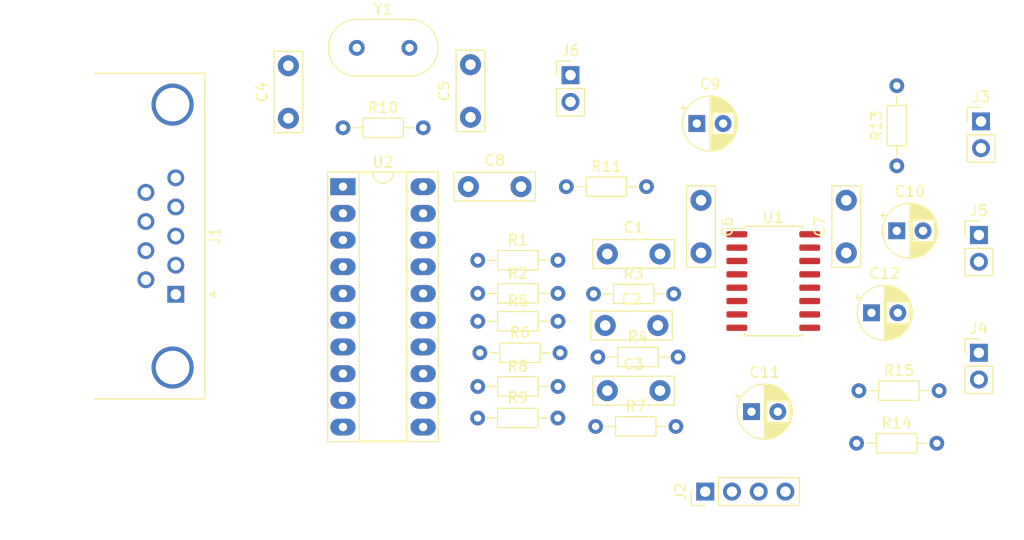
<source format=kicad_pcb>
(kicad_pcb (version 20221018) (generator pcbnew)
  (layers (0 "F.Cu" signal) (31 "B.Cu" signal) (34 "B.Paste" user) (35 "F.Paste" user) (36 "B.SilkS" user "B.Silkscreen") (37 "F.SilkS" user "F.Silkscreen") (38 "B.Mask" user) (39 "F.Mask" user) (44 "Edge.Cuts" user))
  (net 0 "")
  (net 1 "Net-(C1-Pad1)")
  (net 2 "/REDA")
  (net 3 "Net-(C2-Pad1)")
  (net 4 "/GREENA")
  (net 5 "Net-(C3-Pad1)")
  (net 6 "/BLUEA")
  (net 7 "GND")
  (net 8 "Net-(U2-I2)")
  (net 9 "/CLKIN")
  (net 10 "VCC")
  (net 11 "Net-(U1-LUMA)")
  (net 12 "Net-(C10-Pad2)")
  (net 13 "Net-(U1-CRMA)")
  (net 14 "Net-(C11-Pad2)")
  (net 15 "Net-(U1-COMP)")
  (net 16 "Net-(C12-Pad2)")
  (net 18 "/CGA_Red")
  (net 19 "/CGA_Green")
  (net 20 "/CGA_Blue")
  (net 21 "/CGA_Intensity")
  (net 23 "/CGA_Hsync")
  (net 24 "/CGA_Vsync")
  (net 25 "Net-(J3-In)")
  (net 26 "Net-(J4-In)")
  (net 27 "Net-(J5-In)")
  (net 28 "/REDI")
  (net 29 "/RED")
  (net 30 "/GREENI")
  (net 31 "/GREEN")
  (net 32 "/BLUEI")
  (net 33 "/BLUE")
  (net 34 "/STD_PULLUP")
  (net 35 "GNDA")
  (net 36 "/CLK")
  (footprint "Capacitor_THT:CP_Radial_D5.0mm_P2.50mm" (layer "F.Cu") (at 107.34 51.055)
    (fp_text reference "C9" (at 1.25 -3.75) (layer "F.SilkS"))
    (fp_text value "10uf")
    (pad "1" thru_hole rect (at 0 0) (size 1.6 1.6) (drill 0.8) (layers "*.Cu" "*.Mask") (net 10 "VCC"))
    (pad "2" thru_hole circle (at 2.5 0) (size 1.6 1.6) (drill 0.8) (layers "*.Cu" "*.Mask") (net 7 "GND"))
  )
  (footprint "Connector_PinHeader_2.54mm:PinHeader_1x02_P2.54mm_Vertical" (layer "F.Cu") (at 134.14 72.855)
    (fp_text reference "J4" (at 0 -2.33) (layer "F.SilkS"))
    (fp_text value "CHROMA")
    (pad "1" thru_hole rect (at 0 0) (size 1.7 1.7) (drill 1) (layers "*.Cu" "*.Mask") (net 26 "Net-(J4-In)"))
    (pad "2" thru_hole oval (at 0 2.54) (size 1.7 1.7) (drill 1) (layers "*.Cu" "*.Mask") (net 7 "GND"))
  )
  (footprint "Resistor_THT:R_Axial_DIN0204_L3.6mm_D1.6mm_P7.62mm_Horizontal" (layer "F.Cu") (at 86.73 72.855)
    (fp_text reference "R6" (at 3.81 -1.92) (layer "F.SilkS"))
    (fp_text value ".5k")
    (pad "1" thru_hole circle (at 0 0) (size 1.4 1.4) (drill 0.7) (layers "*.Cu" "*.Mask") (net 31 "/GREEN"))
    (pad "2" thru_hole oval (at 7.62 0) (size 1.4 1.4) (drill 0.7) (layers "*.Cu" "*.Mask") (net 3 "Net-(C2-Pad1)"))
  )
  (footprint "Resistor_THT:R_Axial_DIN0204_L3.6mm_D1.6mm_P7.62mm_Horizontal" (layer "F.Cu") (at 122.52 81.455)
    (fp_text reference "R14" (at 3.81 -1.92) (layer "F.SilkS"))
    (fp_text value "75")
    (pad "1" thru_hole circle (at 0 0) (size 1.4 1.4) (drill 0.7) (layers "*.Cu" "*.Mask") (net 14 "Net-(C11-Pad2)"))
    (pad "2" thru_hole oval (at 7.62 0) (size 1.4 1.4) (drill 0.7) (layers "*.Cu" "*.Mask") (net 26 "Net-(J4-In)"))
  )
  (footprint "Resistor_THT:R_Axial_DIN0204_L3.6mm_D1.6mm_P7.62mm_Horizontal" (layer "F.Cu") (at 73.73 51.455)
    (fp_text reference "R10" (at 3.81 -1.92) (layer "F.SilkS"))
    (fp_text value "1M")
    (pad "1" thru_hole circle (at 0 0) (size 1.4 1.4) (drill 0.7) (layers "*.Cu" "*.Mask") (net 8 "Net-(U2-I2)"))
    (pad "2" thru_hole oval (at 7.62 0) (size 1.4 1.4) (drill 0.7) (layers "*.Cu" "*.Mask") (net 9 "/CLKIN"))
  )
  (footprint "Capacitor_THT:C_Disc_D7.5mm_W2.5mm_P5.00mm" (layer "F.Cu") (at 85.84 50.455 90)
    (fp_text reference "C5" (at 2.5 -2.5 90) (layer "F.SilkS"))
    (fp_text value "27pf")
    (pad "1" thru_hole circle (at 0 0 90) (size 2 2) (drill 1) (layers "*.Cu" "*.Mask") (net 9 "/CLKIN"))
    (pad "2" thru_hole circle (at 5 0 90) (size 2 2) (drill 1) (layers "*.Cu" "*.Mask") (net 7 "GND"))
  )
  (footprint "Capacitor_THT:C_Disc_D7.5mm_W2.5mm_P5.00mm" (layer "F.Cu") (at 85.64 57.055)
    (fp_text reference "C8" (at 2.5 -2.5) (layer "F.SilkS"))
    (fp_text value "0.1uf")
    (pad "1" thru_hole circle (at 0 0) (size 2 2) (drill 1) (layers "*.Cu" "*.Mask") (net 7 "GND"))
    (pad "2" thru_hole circle (at 5 0) (size 2 2) (drill 1) (layers "*.Cu" "*.Mask") (net 10 "VCC"))
  )
  (footprint "Capacitor_THT:CP_Radial_D5.0mm_P2.50mm" (layer "F.Cu") (at 123.934888 69.055)
    (fp_text reference "C12" (at 1.25 -3.75) (layer "F.SilkS"))
    (fp_text value "220uf")
    (pad "1" thru_hole rect (at 0 0) (size 1.6 1.6) (drill 0.8) (layers "*.Cu" "*.Mask") (net 15 "Net-(U1-COMP)"))
    (pad "2" thru_hole circle (at 2.5 0) (size 1.6 1.6) (drill 0.8) (layers "*.Cu" "*.Mask") (net 16 "Net-(C12-Pad2)"))
  )
  (footprint "Resistor_THT:R_Axial_DIN0204_L3.6mm_D1.6mm_P7.62mm_Horizontal" (layer "F.Cu") (at 86.53 67.205)
    (fp_text reference "R2" (at 3.81 -1.92) (layer "F.SilkS"))
    (fp_text value ".5k")
    (pad "1" thru_hole circle (at 0 0) (size 1.4 1.4) (drill 0.7) (layers "*.Cu" "*.Mask") (net 29 "/RED"))
    (pad "2" thru_hole oval (at 7.62 0) (size 1.4 1.4) (drill 0.7) (layers "*.Cu" "*.Mask") (net 1 "Net-(C1-Pad1)"))
  )
  (footprint "Resistor_THT:R_Axial_DIN0204_L3.6mm_D1.6mm_P7.62mm_Horizontal" (layer "F.Cu") (at 97.73 79.855)
    (fp_text reference "R7" (at 3.81 -1.92) (layer "F.SilkS"))
    (fp_text value "75")
    (pad "1" thru_hole circle (at 0 0) (size 1.4 1.4) (drill 0.7) (layers "*.Cu" "*.Mask") (net 5 "Net-(C3-Pad1)"))
    (pad "2" thru_hole oval (at 7.62 0) (size 1.4 1.4) (drill 0.7) (layers "*.Cu" "*.Mask") (net 7 "GND"))
  )
  (footprint "Resistor_THT:R_Axial_DIN0204_L3.6mm_D1.6mm_P7.62mm_Horizontal" (layer "F.Cu") (at 94.94 57.055)
    (fp_text reference "R11" (at 3.81 -1.92) (layer "F.SilkS"))
    (fp_text value "10k")
    (pad "1" thru_hole circle (at 0 0) (size 1.4 1.4) (drill 0.7) (layers "*.Cu" "*.Mask") (net 10 "VCC"))
    (pad "2" thru_hole oval (at 7.62 0) (size 1.4 1.4) (drill 0.7) (layers "*.Cu" "*.Mask") (net 34 "/STD_PULLUP"))
  )
  (footprint "Capacitor_THT:C_Disc_D7.5mm_W2.5mm_P5.00mm" (layer "F.Cu") (at 107.74 58.355 -90)
    (fp_text reference "C6" (at 2.5 -2.5 90) (layer "F.SilkS"))
    (fp_text value "0.1uf")
    (pad "1" thru_hole circle (at 0 0 270) (size 2 2) (drill 1) (layers "*.Cu" "*.Mask") (net 7 "GND"))
    (pad "2" thru_hole circle (at 5 0 270) (size 2 2) (drill 1) (layers "*.Cu" "*.Mask") (net 10 "VCC"))
  )
  (footprint "Capacitor_THT:C_Disc_D7.5mm_W2.5mm_P5.00mm" (layer "F.Cu") (at 121.54 63.355 90)
    (fp_text reference "C7" (at 2.5 -2.5 90) (layer "F.SilkS"))
    (fp_text value "0.1uf")
    (pad "1" thru_hole circle (at 0 0 90) (size 2 2) (drill 1) (layers "*.Cu" "*.Mask") (net 7 "GND"))
    (pad "2" thru_hole circle (at 5 0 90) (size 2 2) (drill 1) (layers "*.Cu" "*.Mask") (net 10 "VCC"))
  )
  (footprint "Package_SO:SO-16_5.3x10.2mm_P1.27mm" (layer "F.Cu") (at 114.6025 66.03)
    (fp_text reference "U1" (at 0 -6.05) (layer "F.SilkS"))
    (fp_text value "AD724JRZ")
    (pad "1" smd roundrect (at -3.4625 -4.445) (size 1.975 0.6) (layers "F.Cu" "F.Paste" "F.Mask") (net 34 "/STD_PULLUP"))
    (pad "2" smd roundrect (at -3.4625 -3.175) (size 1.975 0.6) (layers "F.Cu" "F.Paste" "F.Mask") (net 35 "GNDA"))
    (pad "3" smd roundrect (at -3.4625 -1.905) (size 1.975 0.6) (layers "F.Cu" "F.Paste" "F.Mask") (net 36 "/CLK"))
    (pad "4" smd roundrect (at -3.4625 -0.635) (size 1.975 0.6) (layers "F.Cu" "F.Paste" "F.Mask") (net 10 "VCC"))
    (pad "5" smd roundrect (at -3.4625 0.635) (size 1.975 0.6) (layers "F.Cu" "F.Paste" "F.Mask") (net 7 "GND"))
    (pad "6" smd roundrect (at -3.4625 1.905) (size 1.975 0.6) (layers "F.Cu" "F.Paste" "F.Mask") (net 2 "/REDA"))
    (pad "7" smd roundrect (at -3.4625 3.175) (size 1.975 0.6) (layers "F.Cu" "F.Paste" "F.Mask") (net 4 "/GREENA"))
    (pad "8" smd roundrect (at -3.4625 4.445) (size 1.975 0.6) (layers "F.Cu" "F.Paste" "F.Mask") (net 6 "/BLUEA"))
    (pad "9" smd roundrect (at 3.4625 4.445) (size 1.975 0.6) (layers "F.Cu" "F.Paste" "F.Mask") (net 13 "Net-(U1-CRMA)"))
    (pad "10" smd roundrect (at 3.4625 3.175) (size 1.975 0.6) (layers "F.Cu" "F.Paste" "F.Mask") (net 15 "Net-(U1-COMP)"))
    (pad "11" smd roundrect (at 3.4625 1.905) (size 1.975 0.6) (layers "F.Cu" "F.Paste" "F.Mask") (net 11 "Net-(U1-LUMA)"))
    (pad "12" smd roundrect (at 3.4625 0.635) (size 1.975 0.6) (layers "F.Cu" "F.Paste" "F.Mask") (net 34 "/STD_PULLUP"))
    (pad "13" smd roundrect (at 3.4625 -0.635) (size 1.975 0.6) (layers "F.Cu" "F.Paste" "F.Mask") (net 7 "GND"))
    (pad "14" smd roundrect (at 3.4625 -1.905) (size 1.975 0.6) (layers "F.Cu" "F.Paste" "F.Mask") (net 10 "VCC"))
    (pad "15" smd roundrect (at 3.4625 -3.175) (size 1.975 0.6) (layers "F.Cu" "F.Paste" "F.Mask") (net 24 "/CGA_Vsync"))
    (pad "16" smd roundrect (at 3.4625 -4.445) (size 1.975 0.6) (layers "F.Cu" "F.Paste" "F.Mask") (net 23 "/CGA_Hsync"))
  )
  (footprint "Capacitor_THT:C_Disc_D7.5mm_W2.5mm_P5.00mm" (layer "F.Cu") (at 68.54 50.555 90)
    (fp_text reference "C4" (at 2.5 -2.5 90) (layer "F.SilkS"))
    (fp_text value "27pf")
    (pad "1" thru_hole circle (at 0 0 90) (size 2 2) (drill 1) (layers "*.Cu" "*.Mask") (net 7 "GND"))
    (pad "2" thru_hole circle (at 5 0 90) (size 2 2) (drill 1) (layers "*.Cu" "*.Mask") (net 8 "Net-(U2-I2)"))
  )
  (footprint "Connector_PinHeader_2.54mm:PinHeader_1x02_P2.54mm_Vertical" (layer "F.Cu") (at 95.34 46.455)
    (fp_text reference "J6" (at 0 -2.33) (layer "F.SilkS"))
    (fp_text value "POWER 5v")
    (pad "1" thru_hole rect (at 0 0) (size 1.7 1.7) (drill 1) (layers "*.Cu" "*.Mask") (net 10 "VCC"))
    (pad "2" thru_hole oval (at 0 2.54) (size 1.7 1.7) (drill 1) (layers "*.Cu" "*.Mask") (net 7 "GND"))
  )
  (footprint "Package_DIP:DIP-20_W7.62mm_Socket_LongPads" (layer "F.Cu") (at 73.72 57.055)
    (fp_text reference "U2" (at 3.81 -2.33) (layer "F.SilkS"))
    (fp_text value "GAL16V8")
    (pad "1" thru_hole rect (at 0 0) (size 2.4 1.6) (drill 0.8) (layers "*.Cu" "*.Mask"))
    (pad "2" thru_hole oval (at 0 2.54) (size 2.4 1.6) (drill 0.8) (layers "*.Cu" "*.Mask") (net 8 "Net-(U2-I2)"))
    (pad "3" thru_hole oval (at 0 5.08) (size 2.4 1.6) (drill 0.8) (layers "*.Cu" "*.Mask") (net 9 "/CLKIN"))
    (pad "4" thru_hole oval (at 0 7.62) (size 2.4 1.6) (drill 0.8) (layers "*.Cu" "*.Mask"))
    (pad "5" thru_hole oval (at 0 10.16) (size 2.4 1.6) (drill 0.8) (layers "*.Cu" "*.Mask"))
    (pad "6" thru_hole oval (at 0 12.7) (size 2.4 1.6) (drill 0.8) (layers "*.Cu" "*.Mask") (net 18 "/CGA_Red"))
    (pad "7" thru_hole oval (at 0 15.24) (size 2.4 1.6) (drill 0.8) (layers "*.Cu" "*.Mask") (net 19 "/CGA_Green"))
    (pad "8" thru_hole oval (at 0 17.78) (size 2.4 1.6) (drill 0.8) (layers "*.Cu" "*.Mask") (net 20 "/CGA_Blue"))
    (pad "9" thru_hole oval (at 0 20.32) (size 2.4 1.6) (drill 0.8) (layers "*.Cu" "*.Mask") (net 21 "/CGA_Intensity"))
    (pad "10" thru_hole oval (at 0 22.86) (size 2.4 1.6) (drill 0.8) (layers "*.Cu" "*.Mask") (net 7 "GND"))
    (pad "11" thru_hole oval (at 7.62 22.86) (size 2.4 1.6) (drill 0.8) (layers "*.Cu" "*.Mask") (net 7 "GND"))
    (pad "12" thru_hole oval (at 7.62 20.32) (size 2.4 1.6) (drill 0.8) (layers "*.Cu" "*.Mask") (net 33 "/BLUE"))
    (pad "13" thru_hole oval (at 7.62 17.78) (size 2.4 1.6) (drill 0.8) (layers "*.Cu" "*.Mask") (net 32 "/BLUEI"))
    (pad "14" thru_hole oval (at 7.62 15.24) (size 2.4 1.6) (drill 0.8) (layers "*.Cu" "*.Mask") (net 31 "/GREEN"))
    (pad "15" thru_hole oval (at 7.62 12.7) (size 2.4 1.6) (drill 0.8) (layers "*.Cu" "*.Mask") (net 30 "/GREENI"))
    (pad "16" thru_hole oval (at 7.62 10.16) (size 2.4 1.6) (drill 0.8) (layers "*.Cu" "*.Mask") (net 29 "/RED"))
    (pad "17" thru_hole oval (at 7.62 7.62) (size 2.4 1.6) (drill 0.8) (layers "*.Cu" "*.Mask") (net 28 "/REDI"))
    (pad "18" thru_hole oval (at 7.62 5.08) (size 2.4 1.6) (drill 0.8) (layers "*.Cu" "*.Mask") (net 36 "/CLK"))
    (pad "19" thru_hole oval (at 7.62 2.54) (size 2.4 1.6) (drill 0.8) (layers "*.Cu" "*.Mask") (net 9 "/CLKIN"))
    (pad "20" thru_hole oval (at 7.62 0) (size 2.4 1.6) (drill 0.8) (layers "*.Cu" "*.Mask") (net 10 "VCC"))
  )
  (footprint "Resistor_THT:R_Axial_DIN0204_L3.6mm_D1.6mm_P7.62mm_Horizontal" (layer "F.Cu") (at 97.94 73.255)
    (fp_text reference "R4" (at 3.81 -1.92) (layer "F.SilkS"))
    (fp_text value "75")
    (pad "1" thru_hole circle (at 0 0) (size 1.4 1.4) (drill 0.7) (layers "*.Cu" "*.Mask") (net 3 "Net-(C2-Pad1)"))
    (pad "2" thru_hole oval (at 7.62 0) (size 1.4 1.4) (drill 0.7) (layers "*.Cu" "*.Mask") (net 7 "GND"))
  )
  (footprint "Resistor_THT:R_Axial_DIN0204_L3.6mm_D1.6mm_P7.62mm_Horizontal" (layer "F.Cu") (at 86.53 64.055)
    (fp_text reference "R1" (at 3.81 -1.92) (layer "F.SilkS"))
    (fp_text value "1k")
    (pad "1" thru_hole circle (at 0 0) (size 1.4 1.4) (drill 0.7) (layers "*.Cu" "*.Mask") (net 28 "/REDI"))
    (pad "2" thru_hole oval (at 7.62 0) (size 1.4 1.4) (drill 0.7) (layers "*.Cu" "*.Mask") (net 1 "Net-(C1-Pad1)"))
  )
  (footprint "Crystal:Resonator-2Pin_W10.0mm_H5.0mm" (layer "F.Cu") (at 75.04 43.855)
    (fp_text reference "Y1" (at 2.5 -3.7) (layer "F.SilkS"))
    (fp_text value "14.318Mhz")
    (pad "1" thru_hole circle (at 0 0) (size 1.5 1.5) (drill 0.8) (layers "*.Cu" "*.Mask") (net 8 "Net-(U2-I2)"))
    (pad "2" thru_hole circle (at 5 0) (size 1.5 1.5) (drill 0.8) (layers "*.Cu" "*.Mask") (net 9 "/CLKIN"))
  )
  (footprint "Capacitor_THT:C_Disc_D7.5mm_W2.5mm_P5.00mm" (layer "F.Cu") (at 98.84 76.455)
    (fp_text reference "C3" (at 2.5 -2.5) (layer "F.SilkS"))
    (fp_text value "0.1uF")
    (pad "1" thru_hole circle (at 0 0) (size 2 2) (drill 1) (layers "*.Cu" "*.Mask") (net 5 "Net-(C3-Pad1)"))
    (pad "2" thru_hole circle (at 5 0) (size 2 2) (drill 1) (layers "*.Cu" "*.Mask") (net 6 "/BLUEA"))
  )
  (footprint "Connector_PinHeader_2.54mm:PinHeader_1x02_P2.54mm_Vertical" (layer "F.Cu") (at 134.14 61.655)
    (fp_text reference "J5" (at 0 -2.33) (layer "F.SilkS"))
    (fp_text value "COMPOSITE")
    (pad "1" thru_hole rect (at 0 0) (size 1.7 1.7) (drill 1) (layers "*.Cu" "*.Mask") (net 27 "Net-(J5-In)"))
    (pad "2" thru_hole oval (at 0 2.54) (size 1.7 1.7) (drill 1) (layers "*.Cu" "*.Mask") (net 7 "GND"))
  )
  (footprint "Capacitor_THT:C_Disc_D7.5mm_W2.5mm_P5.00mm" (layer "F.Cu") (at 98.84 63.455)
    (fp_text reference "C1" (at 2.5 -2.5) (layer "F.SilkS"))
    (fp_text value "0.1uF")
    (pad "1" thru_hole circle (at 0 0) (size 2 2) (drill 1) (layers "*.Cu" "*.Mask") (net 1 "Net-(C1-Pad1)"))
    (pad "2" thru_hole circle (at 5 0) (size 2 2) (drill 1) (layers "*.Cu" "*.Mask") (net 2 "/REDA"))
  )
  (footprint "Resistor_THT:R_Axial_DIN0204_L3.6mm_D1.6mm_P7.62mm_Horizontal" (layer "F.Cu") (at 86.53 69.855)
    (fp_text reference "R5" (at 3.81 -1.92) (layer "F.SilkS"))
    (fp_text value "1k")
    (pad "1" thru_hole circle (at 0 0) (size 1.4 1.4) (drill 0.7) (layers "*.Cu" "*.Mask") (net 30 "/GREENI"))
    (pad "2" thru_hole oval (at 7.62 0) (size 1.4 1.4) (drill 0.7) (layers "*.Cu" "*.Mask") (net 3 "Net-(C2-Pad1)"))
  )
  (footprint "Capacitor_THT:CP_Radial_D5.0mm_P2.50mm" (layer "F.Cu") (at 112.534888 78.455)
    (fp_text reference "C11" (at 1.25 -3.75) (layer "F.SilkS"))
    (fp_text value "220uf")
    (pad "1" thru_hole rect (at 0 0) (size 1.6 1.6) (drill 0.8) (layers "*.Cu" "*.Mask") (net 13 "Net-(U1-CRMA)"))
    (pad "2" thru_hole circle (at 2.5 0) (size 1.6 1.6) (drill 0.8) (layers "*.Cu" "*.Mask") (net 14 "Net-(C11-Pad2)"))
  )
  (footprint "Resistor_THT:R_Axial_DIN0204_L3.6mm_D1.6mm_P7.62mm_Horizontal" (layer "F.Cu") (at 86.53 76.055)
    (fp_text reference "R8" (at 3.81 -1.92) (layer "F.SilkS"))
    (fp_text value "1k")
    (pad "1" thru_hole circle (at 0 0) (size 1.4 1.4) (drill 0.7) (layers "*.Cu" "*.Mask") (net 32 "/BLUEI"))
    (pad "2" thru_hole oval (at 7.62 0) (size 1.4 1.4) (drill 0.7) (layers "*.Cu" "*.Mask") (net 5 "Net-(C3-Pad1)"))
  )
  (footprint "Connector_Dsub:DSUB-9_Female_Horizontal_P2.77x2.84mm_EdgePinOffset4.94mm_Housed_MountingHolesOffset7.48mm" (layer "F.Cu") (at 57.84 67.295 -90)
    (fp_text reference "J1" (at -5.54 -3.7 90) (layer "F.SilkS"))
    (fp_text value "CGA_IN")
    (pad "0" thru_hole circle (at -18.04 0.3 270) (size 4 4) (drill 3.2) (layers "*.Cu" "*.Mask"))
    (pad "0" thru_hole circle (at 6.96 0.3 270) (size 4 4) (drill 3.2) (layers "*.Cu" "*.Mask"))
    (pad "1" thru_hole rect (at 0 0 270) (size 1.6 1.6) (drill 1) (layers "*.Cu" "*.Mask") (net 7 "GND"))
    (pad "2" thru_hole circle (at -2.77 0 270) (size 1.6 1.6) (drill 1) (layers "*.Cu" "*.Mask"))
    (pad "3" thru_hole circle (at -5.54 0 270) (size 1.6 1.6) (drill 1) (layers "*.Cu" "*.Mask") (net 18 "/CGA_Red"))
    (pad "4" thru_hole circle (at -8.31 0 270) (size 1.6 1.6) (drill 1) (layers "*.Cu" "*.Mask") (net 19 "/CGA_Green"))
    (pad "5" thru_hole circle (at -11.08 0 270) (size 1.6 1.6) (drill 1) (layers "*.Cu" "*.Mask") (net 20 "/CGA_Blue"))
    (pad "6" thru_hole circle (at -1.385 2.84 270) (size 1.6 1.6) (drill 1) (layers "*.Cu" "*.Mask") (net 21 "/CGA_Intensity"))
    (pad "7" thru_hole circle (at -4.155 2.84 270) (size 1.6 1.6) (drill 1) (layers "*.Cu" "*.Mask"))
    (pad "8" thru_hole circle (at -6.925 2.84 270) (size 1.6 1.6) (drill 1) (layers "*.Cu" "*.Mask") (net 23 "/CGA_Hsync"))
    (pad "9" thru_hole circle (at -9.695 2.84 270) (size 1.6 1.6) (drill 1) (layers "*.Cu" "*.Mask") (net 24 "/CGA_Vsync"))
  )
  (footprint "Connector_PinHeader_2.54mm:PinHeader_1x02_P2.54mm_Vertical" (layer "F.Cu") (at 134.34 50.855)
    (fp_text reference "J3" (at 0 -2.33) (layer "F.SilkS"))
    (fp_text value "LUMA")
    (pad "1" thru_hole rect (at 0 0) (size 1.7 1.7) (drill 1) (layers "*.Cu" "*.Mask") (net 25 "Net-(J3-In)"))
    (pad "2" thru_hole oval (at 0 2.54) (size 1.7 1.7) (drill 1) (layers "*.Cu" "*.Mask") (net 7 "GND"))
  )
  (footprint "Capacitor_THT:C_Disc_D7.5mm_W2.5mm_P5.00mm" (layer "F.Cu") (at 98.64 70.255)
    (fp_text reference "C2" (at 2.5 -2.5) (layer "F.SilkS"))
    (fp_text value "0.1uF")
    (pad "1" thru_hole circle (at 0 0) (size 2 2) (drill 1) (layers "*.Cu" "*.Mask") (net 3 "Net-(C2-Pad1)"))
    (pad "2" thru_hole circle (at 5 0) (size 2 2) (drill 1) (layers "*.Cu" "*.Mask") (net 4 "/GREENA"))
  )
  (footprint "Resistor_THT:R_Axial_DIN0204_L3.6mm_D1.6mm_P7.62mm_Horizontal" (layer "F.Cu") (at 126.34 55.075 90)
    (fp_text reference "R13" (at 3.81 -1.92 90) (layer "F.SilkS"))
    (fp_text value "75")
    (pad "1" thru_hole circle (at 0 0 90) (size 1.4 1.4) (drill 0.7) (layers "*.Cu" "*.Mask") (net 12 "Net-(C10-Pad2)"))
    (pad "2" thru_hole oval (at 7.62 0 90) (size 1.4 1.4) (drill 0.7) (layers "*.Cu" "*.Mask") (net 25 "Net-(J3-In)"))
  )
  (footprint "Capacitor_THT:CP_Radial_D5.0mm_P2.50mm" (layer "F.Cu") (at 126.334888 61.255)
    (fp_text reference "C10" (at 1.25 -3.75) (layer "F.SilkS"))
    (fp_text value "220uf")
    (pad "1" thru_hole rect (at 0 0) (size 1.6 1.6) (drill 0.8) (layers "*.Cu" "*.Mask") (net 11 "Net-(U1-LUMA)"))
    (pad "2" thru_hole circle (at 2.5 0) (size 1.6 1.6) (drill 0.8) (layers "*.Cu" "*.Mask") (net 12 "Net-(C10-Pad2)"))
  )
  (footprint "Resistor_THT:R_Axial_DIN0204_L3.6mm_D1.6mm_P7.62mm_Horizontal" (layer "F.Cu") (at 97.53 67.255)
    (fp_text reference "R3" (at 3.81 -1.92) (layer "F.SilkS"))
    (fp_text value "75")
    (pad "1" thru_hole circle (at 0 0) (size 1.4 1.4) (drill 0.7) (layers "*.Cu" "*.Mask") (net 1 "Net-(C1-Pad1)"))
    (pad "2" thru_hole oval (at 7.62 0) (size 1.4 1.4) (drill 0.7) (layers "*.Cu" "*.Mask") (net 7 "GND"))
  )
  (footprint "Connector_PinHeader_2.54mm:PinHeader_1x04_P2.54mm_Vertical" (layer "F.Cu") (at 108.14 86.055 90)
    (fp_text reference "J2" (at 0 -2.33 90) (layer "F.SilkS"))
    (fp_text value "Mini-DIN-4")
    (pad "1" thru_hole rect (at 0 0 90) (size 1.7 1.7) (drill 1) (layers "*.Cu" "*.Mask") (net 7 "GND"))
    (pad "2" thru_hole oval (at 0 2.54 90) (size 1.7 1.7) (drill 1) (layers "*.Cu" "*.Mask") (net 7 "GND"))
    (pad "3" thru_hole oval (at 0 5.08 90) (size 1.7 1.7) (drill 1) (layers "*.Cu" "*.Mask") (net 25 "Net-(J3-In)"))
    (pad "4" thru_hole oval (at 0 7.62 90) (size 1.7 1.7) (drill 1) (layers "*.Cu" "*.Mask") (net 26 "Net-(J4-In)"))
  )
  (footprint "Resistor_THT:R_Axial_DIN0204_L3.6mm_D1.6mm_P7.62mm_Horizontal" (layer "F.Cu") (at 122.74 76.455)
    (fp_text reference "R15" (at 3.81 -1.92) (layer "F.SilkS"))
    (fp_text value "75")
    (pad "1" thru_hole circle (at 0 0) (size 1.4 1.4) (drill 0.7) (layers "*.Cu" "*.Mask") (net 16 "Net-(C12-Pad2)"))
    (pad "2" thru_hole oval (at 7.62 0) (size 1.4 1.4) (drill 0.7) (layers "*.Cu" "*.Mask") (net 27 "Net-(J5-In)"))
  )
  (footprint "Resistor_THT:R_Axial_DIN0204_L3.6mm_D1.6mm_P7.62mm_Horizontal" (layer "F.Cu") (at 86.52 79.055)
    (fp_text reference "R9" (at 3.81 -1.92) (layer "F.SilkS"))
    (fp_text value ".5k")
    (pad "1" thru_hole circle (at 0 0) (size 1.4 1.4) (drill 0.7) (layers "*.Cu" "*.Mask") (net 33 "/BLUE"))
    (pad "2" thru_hole oval (at 7.62 0) (size 1.4 1.4) (drill 0.7) (layers "*.Cu" "*.Mask") (net 5 "Net-(C3-Pad1)"))
  )
)
</source>
